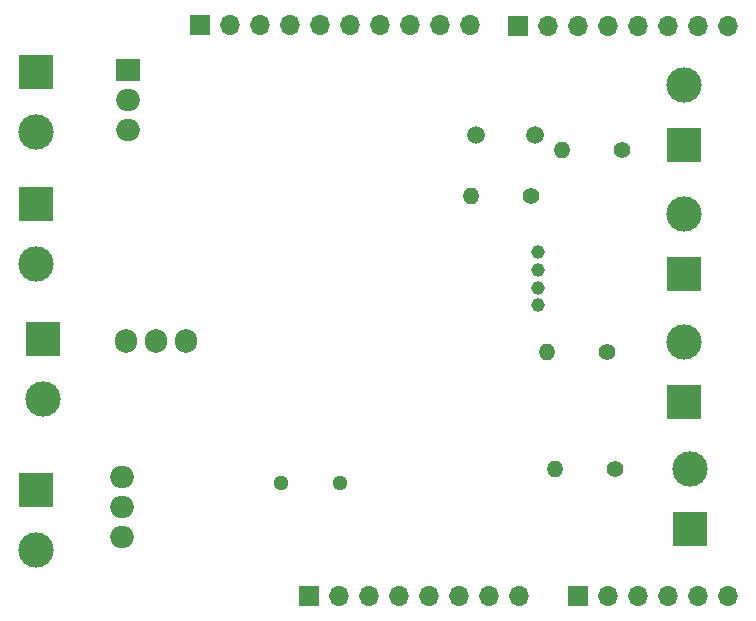
<source format=gbl>
%TF.GenerationSoftware,KiCad,Pcbnew,(6.0.2)*%
%TF.CreationDate,2024-03-29T16:16:56-05:00*%
%TF.ProjectId,Security_Mat,53656375-7269-4747-995f-4d61742e6b69,rev?*%
%TF.SameCoordinates,Original*%
%TF.FileFunction,Copper,L2,Bot*%
%TF.FilePolarity,Positive*%
%FSLAX46Y46*%
G04 Gerber Fmt 4.6, Leading zero omitted, Abs format (unit mm)*
G04 Created by KiCad (PCBNEW (6.0.2)) date 2024-03-29 16:16:56*
%MOMM*%
%LPD*%
G01*
G04 APERTURE LIST*
%TA.AperFunction,ComponentPad*%
%ADD10C,1.170000*%
%TD*%
%TA.AperFunction,ComponentPad*%
%ADD11O,2.000000X1.905000*%
%TD*%
%TA.AperFunction,ComponentPad*%
%ADD12O,1.905000X2.000000*%
%TD*%
%TA.AperFunction,ComponentPad*%
%ADD13C,1.400000*%
%TD*%
%TA.AperFunction,ComponentPad*%
%ADD14O,1.400000X1.400000*%
%TD*%
%TA.AperFunction,ComponentPad*%
%ADD15R,3.000000X3.000000*%
%TD*%
%TA.AperFunction,ComponentPad*%
%ADD16C,3.000000*%
%TD*%
%TA.AperFunction,ComponentPad*%
%ADD17R,1.700000X1.700000*%
%TD*%
%TA.AperFunction,ComponentPad*%
%ADD18O,1.700000X1.700000*%
%TD*%
%TA.AperFunction,ComponentPad*%
%ADD19C,1.508000*%
%TD*%
%TA.AperFunction,ComponentPad*%
%ADD20R,2.000000X1.905000*%
%TD*%
%TA.AperFunction,ComponentPad*%
%ADD21C,1.280000*%
%TD*%
G04 APERTURE END LIST*
D10*
%TO.P,U1,1,RXD*%
%TO.N,Net-(R6-Pad1)*%
X155644000Y-81570000D03*
%TO.P,U1,2,TX*%
%TO.N,Net-(J7-Pad9)*%
X155644000Y-83070000D03*
%TO.P,U1,3,GND*%
%TO.N,Net-(R7-Pad1)*%
X155644000Y-84570000D03*
%TO.P,U1,4,Vcc*%
%TO.N,/5V*%
X155644000Y-86070000D03*
%TD*%
D11*
%TO.P,Q2,1,G*%
%TO.N,Net-(J11-Pad2)*%
X120467000Y-100584000D03*
%TO.P,Q2,2,D*%
%TO.N,Net-(J7-Pad6)*%
X120467000Y-103124000D03*
%TO.P,Q2,3,S*%
%TO.N,GND*%
X120467000Y-105664000D03*
%TD*%
D12*
%TO.P,Q1,3,S*%
%TO.N,GND*%
X125857000Y-89083000D03*
%TO.P,Q1,2,D*%
%TO.N,Net-(J7-Pad5)*%
X123317000Y-89083000D03*
%TO.P,Q1,1,G*%
%TO.N,Net-(J12-Pad2)*%
X120777000Y-89083000D03*
%TD*%
D13*
%TO.P,R6,1*%
%TO.N,Net-(R6-Pad1)*%
X155067000Y-76835000D03*
D14*
%TO.P,R6,2*%
%TO.N,Net-(J7-Pad10)*%
X149987000Y-76835000D03*
%TD*%
D13*
%TO.P,R5,1*%
%TO.N,Net-(J4-Pad2)*%
X162179000Y-99949000D03*
D14*
%TO.P,R5,2*%
%TO.N,GND*%
X157099000Y-99949000D03*
%TD*%
D13*
%TO.P,R4,1*%
%TO.N,Net-(J3-Pad2)*%
X161544000Y-90043000D03*
D14*
%TO.P,R4,2*%
%TO.N,GND*%
X156464000Y-90043000D03*
%TD*%
D13*
%TO.P,R3,1*%
%TO.N,Net-(J2-Pad2)*%
X162814000Y-72898000D03*
D14*
%TO.P,R3,2*%
%TO.N,GND*%
X157734000Y-72898000D03*
%TD*%
D15*
%TO.P,J9,1,Pin_1*%
%TO.N,unconnected-(J9-Pad1)*%
X113157000Y-101727000D03*
D16*
%TO.P,J9,2,Pin_2*%
%TO.N,Net-(J5-Pad8)*%
X113157000Y-106807000D03*
%TD*%
D17*
%TO.P,J8,1,7*%
%TO.N,Net-(J8-Pad1)*%
X153990000Y-62390000D03*
D18*
%TO.P,J8,2,6*%
%TO.N,unconnected-(J8-Pad2)*%
X156530000Y-62390000D03*
%TO.P,J8,3,5*%
%TO.N,unconnected-(J8-Pad3)*%
X159070000Y-62390000D03*
%TO.P,J8,4,4*%
%TO.N,unconnected-(J8-Pad4)*%
X161610000Y-62390000D03*
%TO.P,J8,5,3*%
%TO.N,unconnected-(J8-Pad5)*%
X164150000Y-62390000D03*
%TO.P,J8,6,2*%
%TO.N,unconnected-(J8-Pad6)*%
X166690000Y-62390000D03*
%TO.P,J8,7,TX-1*%
%TO.N,unconnected-(J8-Pad7)*%
X169230000Y-62390000D03*
%TO.P,J8,8,RX-0*%
%TO.N,unconnected-(J8-Pad8)*%
X171770000Y-62390000D03*
%TD*%
D15*
%TO.P,J2,1,Pin_1*%
%TO.N,/5V*%
X168021000Y-83439000D03*
D16*
%TO.P,J2,2,Pin_2*%
%TO.N,Net-(J2-Pad2)*%
X168021000Y-78359000D03*
%TD*%
D15*
%TO.P,J3,1,Pin_1*%
%TO.N,/5V*%
X168021000Y-94234000D03*
D16*
%TO.P,J3,2,Pin_2*%
%TO.N,Net-(J3-Pad2)*%
X168021000Y-89154000D03*
%TD*%
D18*
%TO.P,J7,10,8*%
%TO.N,Net-(J7-Pad10)*%
X149960000Y-62350000D03*
%TO.P,J7,9,9*%
%TO.N,Net-(J7-Pad9)*%
X147420000Y-62350000D03*
%TO.P,J7,8,10*%
%TO.N,Net-(J7-Pad8)*%
X144880000Y-62350000D03*
%TO.P,J7,7,11*%
%TO.N,Net-(J7-Pad7)*%
X142340000Y-62350000D03*
%TO.P,J7,6,12*%
%TO.N,Net-(J7-Pad6)*%
X139800000Y-62350000D03*
%TO.P,J7,5,13*%
%TO.N,Net-(J7-Pad5)*%
X137260000Y-62350000D03*
%TO.P,J7,4,GND*%
%TO.N,Net-(J7-Pad4)*%
X134720000Y-62350000D03*
%TO.P,J7,3,AREF*%
%TO.N,unconnected-(J7-Pad3)*%
X132180000Y-62350000D03*
%TO.P,J7,2,SDA*%
%TO.N,unconnected-(J7-Pad2)*%
X129640000Y-62350000D03*
D17*
%TO.P,J7,1,SCL*%
%TO.N,unconnected-(J7-Pad1)*%
X127100000Y-62350000D03*
%TD*%
%TO.P,J5,1*%
%TO.N,unconnected-(J5-Pad1)*%
X136300000Y-110700000D03*
D18*
%TO.P,J5,2,IOREF*%
%TO.N,unconnected-(J5-Pad2)*%
X138840000Y-110700000D03*
%TO.P,J5,3,RESET*%
%TO.N,unconnected-(J5-Pad3)*%
X141380000Y-110700000D03*
%TO.P,J5,4,3.3V*%
%TO.N,unconnected-(J5-Pad4)*%
X143920000Y-110700000D03*
%TO.P,J5,5,5V*%
%TO.N,/5V*%
X146460000Y-110700000D03*
%TO.P,J5,6,GND*%
%TO.N,unconnected-(J5-Pad6)*%
X149000000Y-110700000D03*
%TO.P,J5,7,GND*%
%TO.N,unconnected-(J5-Pad7)*%
X151540000Y-110700000D03*
%TO.P,J5,8,Vin*%
%TO.N,Net-(J5-Pad8)*%
X154080000Y-110700000D03*
%TD*%
D19*
%TO.P,SW1,1,A*%
%TO.N,/5V*%
X150408000Y-71628000D03*
%TO.P,SW1,2,B*%
%TO.N,Net-(J8-Pad1)*%
X155408000Y-71628000D03*
%TD*%
D20*
%TO.P,Q3,1,G*%
%TO.N,Net-(J10-Pad2)*%
X120975000Y-66167000D03*
D11*
%TO.P,Q3,2,D*%
%TO.N,Net-(J7-Pad7)*%
X120975000Y-68707000D03*
%TO.P,Q3,3,S*%
%TO.N,GND*%
X120975000Y-71247000D03*
%TD*%
D17*
%TO.P,J6,1,A0*%
%TO.N,Net-(J1-Pad2)*%
X159070000Y-110650000D03*
D18*
%TO.P,J6,2,A1*%
%TO.N,Net-(J2-Pad2)*%
X161610000Y-110650000D03*
%TO.P,J6,3,A2*%
%TO.N,Net-(J3-Pad2)*%
X164150000Y-110650000D03*
%TO.P,J6,4,A3*%
%TO.N,Net-(J4-Pad2)*%
X166690000Y-110650000D03*
%TO.P,J6,5,A4*%
%TO.N,unconnected-(J6-Pad5)*%
X169230000Y-110650000D03*
%TO.P,J6,6,A5*%
%TO.N,unconnected-(J6-Pad6)*%
X171770000Y-110650000D03*
%TD*%
D15*
%TO.P,J1,1,Pin_1*%
%TO.N,/5V*%
X168021000Y-72517000D03*
D16*
%TO.P,J1,2,Pin_2*%
%TO.N,Net-(J1-Pad2)*%
X168021000Y-67437000D03*
%TD*%
D15*
%TO.P,J10,1,Pin_1*%
%TO.N,unconnected-(J10-Pad1)*%
X113157000Y-66294000D03*
D16*
%TO.P,J10,2,Pin_2*%
%TO.N,Net-(J10-Pad2)*%
X113157000Y-71374000D03*
%TD*%
D21*
%TO.P,LS1,1*%
%TO.N,Net-(J7-Pad8)*%
X138898000Y-101092000D03*
%TO.P,LS1,2*%
%TO.N,GND*%
X133898000Y-101092000D03*
%TD*%
D15*
%TO.P,J11,1,Pin_1*%
%TO.N,unconnected-(J11-Pad1)*%
X113157000Y-77470000D03*
D16*
%TO.P,J11,2,Pin_2*%
%TO.N,Net-(J11-Pad2)*%
X113157000Y-82550000D03*
%TD*%
D15*
%TO.P,J4,1,Pin_1*%
%TO.N,/5V*%
X168529000Y-105029000D03*
D16*
%TO.P,J4,2,Pin_2*%
%TO.N,Net-(J4-Pad2)*%
X168529000Y-99949000D03*
%TD*%
D15*
%TO.P,J12,1,Pin_1*%
%TO.N,unconnected-(J12-Pad1)*%
X113792000Y-88900000D03*
D16*
%TO.P,J12,2,Pin_2*%
%TO.N,Net-(J12-Pad2)*%
X113792000Y-93980000D03*
%TD*%
M02*

</source>
